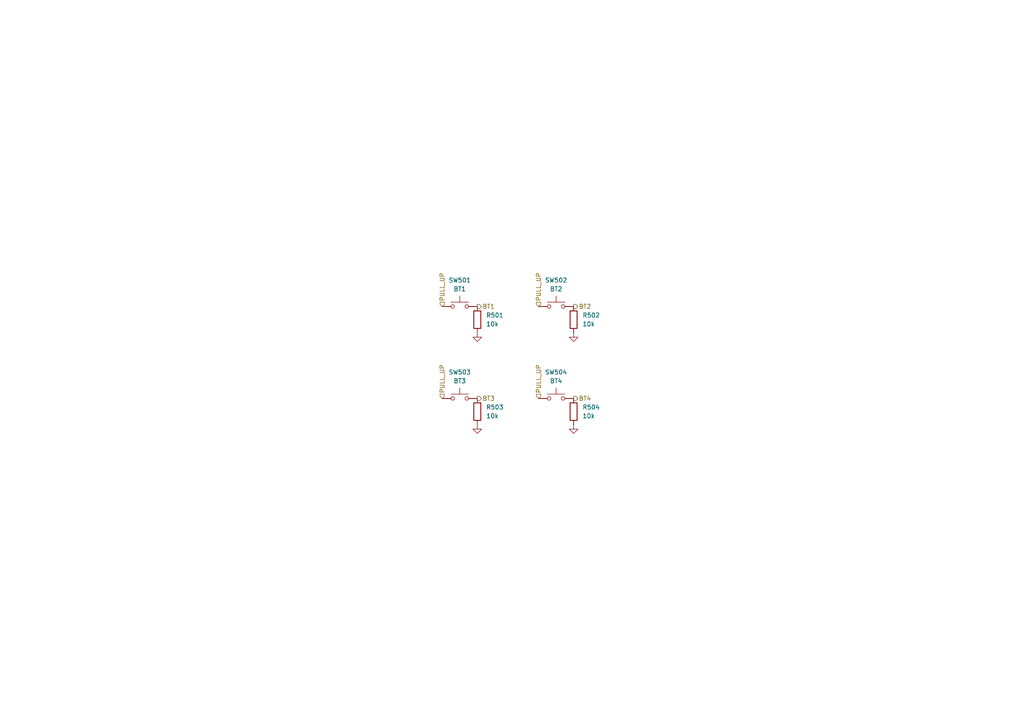
<source format=kicad_sch>
(kicad_sch (version 20250114) (generator "eeschema") (generator_version "9.0")
  (paper "A4")
  (title_block (title "Input Module") (date "2025-05-08") (rev "2") (company "Mosaic Labs") (comment 1 "Lucas Merritt") (comment 2 "ACTIVE HIGH"))
  (lib_symbols
    (symbol "Device:R" (pin_numbers (hide yes)) (pin_names (offset 0))
      (property "Reference" "R" (at 2.032 0 90))
      (property "Value" "R" (at 0 0 90))
      (symbol "R_0_1"
        (rectangle (start -1.016 -2.54) (end 1.016 2.54) (stroke (width 0.254)))
      )
      (symbol "R_1_1"
        (pin passive line (at 0 3.81 270) (length 1.27) (name "~") (number "1"))
        (pin passive line (at 0 -3.81 90) (length 1.27) (name "~") (number "2"))
      )
    )
    (symbol "Switch:SW_Push" (pin_numbers (hide yes)) (pin_names (offset 1.016) (hide yes))
      (property "Reference" "SW" (at 1.27 2.54 0))
      (property "Value" "SW_Push" (at 0 -1.524 0))
      (symbol "SW_Push_0_1"
        (circle (center -2.032 0) (radius 0.508))
        (polyline (pts (xy 0 1.27) (xy 0 3.048)))
        (circle (center 2.032 0) (radius 0.508))
        (polyline (pts (xy 2.54 1.27) (xy -2.54 1.27)))
        (pin passive line (at -5.08 0 0) (length 2.54) (name "1") (number "1"))
        (pin passive line (at 5.08 0 180) (length 2.54) (name "2") (number "2"))
      )
    )
    (symbol "power:GND" (power) (pin_numbers (hide yes)) (pin_names (offset 0) (hide yes))
      (property "Value" "GND" (at 0 -3.81 0))
      (symbol "GND_0_1"
        (polyline (pts (xy 0 0) (xy 0 -1.27) (xy 1.27 -1.27) (xy 0 -2.54) (xy -1.27 -1.27) (xy 0 -1.27)))
      )
      (symbol "GND_1_1"
        (pin power_in line (at 0 0 270) (length 0) (name "~") (number "1"))
      )
    )
  )
  (hierarchical_label "PULL_UP" (shape input) (at 156.21 88.9 90))
  (hierarchical_label "BT1" (shape output) (at 138.43 88.9 0))
  (hierarchical_label "PULL_UP" (shape input) (at 156.21 115.57 90))
  (hierarchical_label "PULL_UP" (shape input) (at 128.27 115.57 90))
  (hierarchical_label "BT2" (shape output) (at 166.37 88.9 0))
  (hierarchical_label "PULL_UP" (shape input) (at 128.27 88.9 90))
  (hierarchical_label "BT3" (shape output) (at 138.43 115.57 0))
  (hierarchical_label "BT4" (shape output) (at 166.37 115.57 0))
  (symbol (lib_id "Device:R") (at 166.37 119.38 0) (unit 1)
    (property "Reference" "R504" (at 168.91 118.1099 0) (effects (justify left)))
    (property "Value" "10k" (at 168.91 120.6499 0) (effects (justify left)))
    (property "Footprint" "Resistor_SMD:R_0402_1005Metric" (effects (hide yes)))
    (property "Description" "Resistor" (effects (hide yes)))
    (property "JLC" "0603" (effects (hide yes)))
  )
  (symbol (lib_id "Device:R") (at 138.43 92.71 0) (unit 1)
    (property "Reference" "R501" (at 140.97 91.4399 0) (effects (justify left)))
    (property "Value" "10k" (at 140.97 93.9799 0) (effects (justify left)))
    (property "Footprint" "Resistor_SMD:R_0402_1005Metric" (effects (hide yes)))
    (property "Description" "Resistor" (effects (hide yes)))
    (property "JLC" "0603" (effects (hide yes)))
  )
  (symbol (lib_id "power:GND") (at 138.43 123.19 0) (unit 1)
    (property "Reference" "#PWR0503" (effects (hide yes)))
    (property "Value" "GND" (effects (hide yes)))
    (property "Description" "Power symbol creates a global label with name \"GND\" , ground" (effects (hide yes)))
  )
  (symbol (lib_id "Switch:SW_Push") (at 133.35 88.9 0) (unit 1)
    (property "Reference" "SW501" (at 133.35 81.28 0))
    (property "Value" "BT1" (at 133.35 83.82 0))
    (property "Footprint" "Raven:EVQPUA" (effects (hide yes)))
    (property "Description" "Push button switch, generic, two pins" (effects (hide yes)))
    (property "JLC" "XXXXXX" (effects (hide yes)))
    (property "LCSC" "XXXXXX" (effects (hide yes)))
  )
  (symbol (lib_id "Device:R") (at 166.37 92.71 0) (unit 1)
    (property "Reference" "R502" (at 168.91 91.4399 0) (effects (justify left)))
    (property "Value" "10k" (at 168.91 93.9799 0) (effects (justify left)))
    (property "Footprint" "Resistor_SMD:R_0402_1005Metric" (effects (hide yes)))
    (property "Description" "Resistor" (effects (hide yes)))
    (property "JLC" "0603" (effects (hide yes)))
  )
  (symbol (lib_id "power:GND") (at 166.37 96.52 0) (unit 1)
    (property "Reference" "#PWR0502" (effects (hide yes)))
    (property "Value" "GND" (effects (hide yes)))
    (property "Description" "Power symbol creates a global label with name \"GND\" , ground" (effects (hide yes)))
  )
  (symbol (lib_id "Switch:SW_Push") (at 133.35 115.57 0) (unit 1)
    (property "Reference" "SW503" (at 133.35 107.95 0))
    (property "Value" "BT3" (at 133.35 110.49 0))
    (property "Footprint" "Raven:EVQPUA" (effects (hide yes)))
    (property "Description" "Push button switch, generic, two pins" (effects (hide yes)))
    (property "JLC" "XXXXXX" (effects (hide yes)))
    (property "LCSC" "XXXXXX" (effects (hide yes)))
  )
  (symbol (lib_id "Device:R") (at 138.43 119.38 0) (unit 1)
    (property "Reference" "R503" (at 140.97 118.1099 0) (effects (justify left)))
    (property "Value" "10k" (at 140.97 120.6499 0) (effects (justify left)))
    (property "Footprint" "Resistor_SMD:R_0402_1005Metric" (effects (hide yes)))
    (property "Description" "Resistor" (effects (hide yes)))
    (property "JLC" "0603" (effects (hide yes)))
  )
  (symbol (lib_id "power:GND") (at 138.43 96.52 0) (unit 1)
    (property "Reference" "#PWR0501" (effects (hide yes)))
    (property "Value" "GND" (effects (hide yes)))
    (property "Description" "Power symbol creates a global label with name \"GND\" , ground" (effects (hide yes)))
  )
  (symbol (lib_id "Switch:SW_Push") (at 161.29 88.9 0) (unit 1)
    (property "Reference" "SW502" (at 161.29 81.28 0))
    (property "Value" "BT2" (at 161.29 83.82 0))
    (property "Footprint" "Raven:EVQPUA" (effects (hide yes)))
    (property "Description" "Push button switch, generic, two pins" (effects (hide yes)))
    (property "JLC" "XXXXXX" (effects (hide yes)))
    (property "LCSC" "XXXXXX" (effects (hide yes)))
  )
  (symbol (lib_id "power:GND") (at 166.37 123.19 0) (unit 1)
    (property "Reference" "#PWR0504" (effects (hide yes)))
    (property "Value" "GND" (effects (hide yes)))
    (property "Description" "Power symbol creates a global label with name \"GND\" , ground" (effects (hide yes)))
  )
  (symbol (lib_id "Switch:SW_Push") (at 161.29 115.57 0) (unit 1)
    (property "Reference" "SW504" (at 161.29 107.95 0))
    (property "Value" "BT4" (at 161.29 110.49 0))
    (property "Footprint" "Raven:EVQPUA" (effects (hide yes)))
    (property "Description" "Push button switch, generic, two pins" (effects (hide yes)))
    (property "JLC" "XXXXXX" (effects (hide yes)))
    (property "LCSC" "XXXXXX" (effects (hide yes)))
  )
)
</source>
